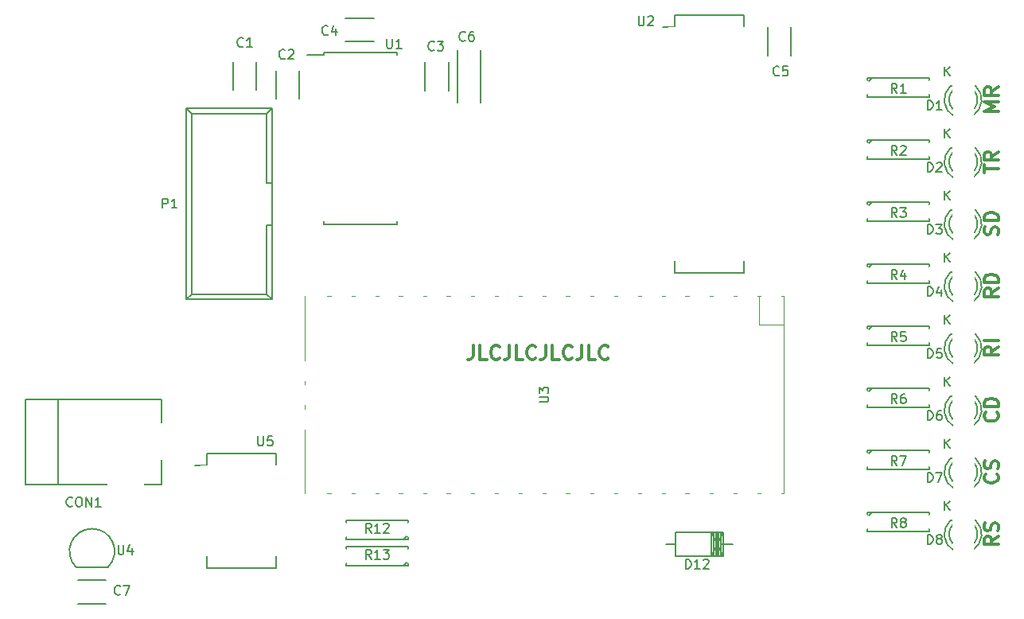
<source format=gto>
G04 #@! TF.FileFunction,Legend,Top*
%FSLAX46Y46*%
G04 Gerber Fmt 4.6, Leading zero omitted, Abs format (unit mm)*
G04 Created by KiCad (PCBNEW 4.0.5+dfsg1-4) date Thu Oct  6 23:04:55 2022*
%MOMM*%
%LPD*%
G01*
G04 APERTURE LIST*
%ADD10C,0.150000*%
%ADD11C,0.300000*%
%ADD12C,0.120000*%
%ADD13C,3.600000*%
%ADD14R,1.700000X1.700000*%
%ADD15C,1.700000*%
%ADD16R,3.900120X3.900120*%
%ADD17R,2.400000X2.400000*%
%ADD18C,2.400000*%
%ADD19C,2.398980*%
%ADD20R,2.398980X2.398980*%
%ADD21R,2.127200X2.127200*%
%ADD22O,2.127200X2.127200*%
%ADD23C,1.797000*%
%ADD24R,2.400000X1.000000*%
%ADD25O,2.700000X2.000000*%
%ADD26O,2.100000X2.100000*%
%ADD27R,2.100000X2.100000*%
%ADD28O,2.200000X2.200000*%
%ADD29O,1.900000X1.900000*%
%ADD30R,2.100000X3.900000*%
%ADD31O,1.299160X1.901140*%
G04 APERTURE END LIST*
D10*
D11*
X153599428Y-111954571D02*
X153599428Y-113026000D01*
X153528000Y-113240286D01*
X153385143Y-113383143D01*
X153170857Y-113454571D01*
X153028000Y-113454571D01*
X155028000Y-113454571D02*
X154313714Y-113454571D01*
X154313714Y-111954571D01*
X156385143Y-113311714D02*
X156313714Y-113383143D01*
X156099428Y-113454571D01*
X155956571Y-113454571D01*
X155742286Y-113383143D01*
X155599428Y-113240286D01*
X155528000Y-113097429D01*
X155456571Y-112811714D01*
X155456571Y-112597429D01*
X155528000Y-112311714D01*
X155599428Y-112168857D01*
X155742286Y-112026000D01*
X155956571Y-111954571D01*
X156099428Y-111954571D01*
X156313714Y-112026000D01*
X156385143Y-112097429D01*
X157456571Y-111954571D02*
X157456571Y-113026000D01*
X157385143Y-113240286D01*
X157242286Y-113383143D01*
X157028000Y-113454571D01*
X156885143Y-113454571D01*
X158885143Y-113454571D02*
X158170857Y-113454571D01*
X158170857Y-111954571D01*
X160242286Y-113311714D02*
X160170857Y-113383143D01*
X159956571Y-113454571D01*
X159813714Y-113454571D01*
X159599429Y-113383143D01*
X159456571Y-113240286D01*
X159385143Y-113097429D01*
X159313714Y-112811714D01*
X159313714Y-112597429D01*
X159385143Y-112311714D01*
X159456571Y-112168857D01*
X159599429Y-112026000D01*
X159813714Y-111954571D01*
X159956571Y-111954571D01*
X160170857Y-112026000D01*
X160242286Y-112097429D01*
X161313714Y-111954571D02*
X161313714Y-113026000D01*
X161242286Y-113240286D01*
X161099429Y-113383143D01*
X160885143Y-113454571D01*
X160742286Y-113454571D01*
X162742286Y-113454571D02*
X162028000Y-113454571D01*
X162028000Y-111954571D01*
X164099429Y-113311714D02*
X164028000Y-113383143D01*
X163813714Y-113454571D01*
X163670857Y-113454571D01*
X163456572Y-113383143D01*
X163313714Y-113240286D01*
X163242286Y-113097429D01*
X163170857Y-112811714D01*
X163170857Y-112597429D01*
X163242286Y-112311714D01*
X163313714Y-112168857D01*
X163456572Y-112026000D01*
X163670857Y-111954571D01*
X163813714Y-111954571D01*
X164028000Y-112026000D01*
X164099429Y-112097429D01*
X165170857Y-111954571D02*
X165170857Y-113026000D01*
X165099429Y-113240286D01*
X164956572Y-113383143D01*
X164742286Y-113454571D01*
X164599429Y-113454571D01*
X166599429Y-113454571D02*
X165885143Y-113454571D01*
X165885143Y-111954571D01*
X167956572Y-113311714D02*
X167885143Y-113383143D01*
X167670857Y-113454571D01*
X167528000Y-113454571D01*
X167313715Y-113383143D01*
X167170857Y-113240286D01*
X167099429Y-113097429D01*
X167028000Y-112811714D01*
X167028000Y-112597429D01*
X167099429Y-112311714D01*
X167170857Y-112168857D01*
X167313715Y-112026000D01*
X167528000Y-111954571D01*
X167670857Y-111954571D01*
X167885143Y-112026000D01*
X167956572Y-112097429D01*
X209466571Y-132263999D02*
X208752286Y-132763999D01*
X209466571Y-133121142D02*
X207966571Y-133121142D01*
X207966571Y-132549714D01*
X208038000Y-132406856D01*
X208109429Y-132335428D01*
X208252286Y-132263999D01*
X208466571Y-132263999D01*
X208609429Y-132335428D01*
X208680857Y-132406856D01*
X208752286Y-132549714D01*
X208752286Y-133121142D01*
X209395143Y-131692571D02*
X209466571Y-131478285D01*
X209466571Y-131121142D01*
X209395143Y-130978285D01*
X209323714Y-130906856D01*
X209180857Y-130835428D01*
X209038000Y-130835428D01*
X208895143Y-130906856D01*
X208823714Y-130978285D01*
X208752286Y-131121142D01*
X208680857Y-131406856D01*
X208609429Y-131549714D01*
X208538000Y-131621142D01*
X208395143Y-131692571D01*
X208252286Y-131692571D01*
X208109429Y-131621142D01*
X208038000Y-131549714D01*
X207966571Y-131406856D01*
X207966571Y-131049714D01*
X208038000Y-130835428D01*
X209323714Y-125659999D02*
X209395143Y-125731428D01*
X209466571Y-125945714D01*
X209466571Y-126088571D01*
X209395143Y-126302856D01*
X209252286Y-126445714D01*
X209109429Y-126517142D01*
X208823714Y-126588571D01*
X208609429Y-126588571D01*
X208323714Y-126517142D01*
X208180857Y-126445714D01*
X208038000Y-126302856D01*
X207966571Y-126088571D01*
X207966571Y-125945714D01*
X208038000Y-125731428D01*
X208109429Y-125659999D01*
X209395143Y-125088571D02*
X209466571Y-124874285D01*
X209466571Y-124517142D01*
X209395143Y-124374285D01*
X209323714Y-124302856D01*
X209180857Y-124231428D01*
X209038000Y-124231428D01*
X208895143Y-124302856D01*
X208823714Y-124374285D01*
X208752286Y-124517142D01*
X208680857Y-124802856D01*
X208609429Y-124945714D01*
X208538000Y-125017142D01*
X208395143Y-125088571D01*
X208252286Y-125088571D01*
X208109429Y-125017142D01*
X208038000Y-124945714D01*
X207966571Y-124802856D01*
X207966571Y-124445714D01*
X208038000Y-124231428D01*
X209323714Y-119091714D02*
X209395143Y-119163143D01*
X209466571Y-119377429D01*
X209466571Y-119520286D01*
X209395143Y-119734571D01*
X209252286Y-119877429D01*
X209109429Y-119948857D01*
X208823714Y-120020286D01*
X208609429Y-120020286D01*
X208323714Y-119948857D01*
X208180857Y-119877429D01*
X208038000Y-119734571D01*
X207966571Y-119520286D01*
X207966571Y-119377429D01*
X208038000Y-119163143D01*
X208109429Y-119091714D01*
X209466571Y-118448857D02*
X207966571Y-118448857D01*
X207966571Y-118091714D01*
X208038000Y-117877429D01*
X208180857Y-117734571D01*
X208323714Y-117663143D01*
X208609429Y-117591714D01*
X208823714Y-117591714D01*
X209109429Y-117663143D01*
X209252286Y-117734571D01*
X209395143Y-117877429D01*
X209466571Y-118091714D01*
X209466571Y-118448857D01*
X209466571Y-112094857D02*
X208752286Y-112594857D01*
X209466571Y-112952000D02*
X207966571Y-112952000D01*
X207966571Y-112380572D01*
X208038000Y-112237714D01*
X208109429Y-112166286D01*
X208252286Y-112094857D01*
X208466571Y-112094857D01*
X208609429Y-112166286D01*
X208680857Y-112237714D01*
X208752286Y-112380572D01*
X208752286Y-112952000D01*
X209466571Y-111452000D02*
X207966571Y-111452000D01*
X209466571Y-105883714D02*
X208752286Y-106383714D01*
X209466571Y-106740857D02*
X207966571Y-106740857D01*
X207966571Y-106169429D01*
X208038000Y-106026571D01*
X208109429Y-105955143D01*
X208252286Y-105883714D01*
X208466571Y-105883714D01*
X208609429Y-105955143D01*
X208680857Y-106026571D01*
X208752286Y-106169429D01*
X208752286Y-106740857D01*
X209466571Y-105240857D02*
X207966571Y-105240857D01*
X207966571Y-104883714D01*
X208038000Y-104669429D01*
X208180857Y-104526571D01*
X208323714Y-104455143D01*
X208609429Y-104383714D01*
X208823714Y-104383714D01*
X209109429Y-104455143D01*
X209252286Y-104526571D01*
X209395143Y-104669429D01*
X209466571Y-104883714D01*
X209466571Y-105240857D01*
X209395143Y-100172571D02*
X209466571Y-99958285D01*
X209466571Y-99601142D01*
X209395143Y-99458285D01*
X209323714Y-99386856D01*
X209180857Y-99315428D01*
X209038000Y-99315428D01*
X208895143Y-99386856D01*
X208823714Y-99458285D01*
X208752286Y-99601142D01*
X208680857Y-99886856D01*
X208609429Y-100029714D01*
X208538000Y-100101142D01*
X208395143Y-100172571D01*
X208252286Y-100172571D01*
X208109429Y-100101142D01*
X208038000Y-100029714D01*
X207966571Y-99886856D01*
X207966571Y-99529714D01*
X208038000Y-99315428D01*
X209466571Y-98672571D02*
X207966571Y-98672571D01*
X207966571Y-98315428D01*
X208038000Y-98101143D01*
X208180857Y-97958285D01*
X208323714Y-97886857D01*
X208609429Y-97815428D01*
X208823714Y-97815428D01*
X209109429Y-97886857D01*
X209252286Y-97958285D01*
X209395143Y-98101143D01*
X209466571Y-98315428D01*
X209466571Y-98672571D01*
X207966571Y-93568571D02*
X207966571Y-92711428D01*
X209466571Y-93139999D02*
X207966571Y-93139999D01*
X209466571Y-91354285D02*
X208752286Y-91854285D01*
X209466571Y-92211428D02*
X207966571Y-92211428D01*
X207966571Y-91640000D01*
X208038000Y-91497142D01*
X208109429Y-91425714D01*
X208252286Y-91354285D01*
X208466571Y-91354285D01*
X208609429Y-91425714D01*
X208680857Y-91497142D01*
X208752286Y-91640000D01*
X208752286Y-92211428D01*
X209466571Y-87036000D02*
X207966571Y-87036000D01*
X209038000Y-86536000D01*
X207966571Y-86036000D01*
X209466571Y-86036000D01*
X209466571Y-84464571D02*
X208752286Y-84964571D01*
X209466571Y-85321714D02*
X207966571Y-85321714D01*
X207966571Y-84750286D01*
X208038000Y-84607428D01*
X208109429Y-84536000D01*
X208252286Y-84464571D01*
X208466571Y-84464571D01*
X208609429Y-84536000D01*
X208680857Y-84607428D01*
X208752286Y-84750286D01*
X208752286Y-85321714D01*
D10*
X130536000Y-81792000D02*
X130536000Y-84792000D01*
X128036000Y-84792000D02*
X128036000Y-81792000D01*
X132608000Y-85721000D02*
X132608000Y-82721000D01*
X135108000Y-82721000D02*
X135108000Y-85721000D01*
X148483000Y-84832000D02*
X148483000Y-81832000D01*
X150983000Y-81832000D02*
X150983000Y-84832000D01*
X142998000Y-79609000D02*
X139998000Y-79609000D01*
X139998000Y-77109000D02*
X142998000Y-77109000D01*
X187432000Y-78109000D02*
X187432000Y-81109000D01*
X184932000Y-81109000D02*
X184932000Y-78109000D01*
X154412000Y-80542000D02*
X154412000Y-86082000D01*
X151912000Y-86082000D02*
X151912000Y-80542000D01*
X111510000Y-136926000D02*
X114510000Y-136926000D01*
X114510000Y-139426000D02*
X111510000Y-139426000D01*
X109409500Y-117729120D02*
X109409500Y-126730880D01*
X105909380Y-117729120D02*
X105909380Y-126730880D01*
X105909380Y-126730880D02*
X120410240Y-126730880D01*
X120410240Y-126730880D02*
X120410240Y-117729120D01*
X120410240Y-117729120D02*
X105909380Y-117729120D01*
X204426000Y-84317000D02*
X204626000Y-84317000D01*
X207020000Y-84317000D02*
X206840000Y-84317000D01*
X206709643Y-87544744D02*
G75*
G03X207026000Y-84317000I-1003643J1727744D01*
G01*
X206839068Y-86869006D02*
G75*
G03X206840000Y-84766000I-1133068J1052006D01*
G01*
X204399274Y-84329780D02*
G75*
G03X204746000Y-87567000I1306726J-1497220D01*
G01*
X204626747Y-84803111D02*
G75*
G03X204646000Y-86851000I1079253J-1013889D01*
G01*
X204426000Y-90921000D02*
X204626000Y-90921000D01*
X207020000Y-90921000D02*
X206840000Y-90921000D01*
X206709643Y-94148744D02*
G75*
G03X207026000Y-90921000I-1003643J1727744D01*
G01*
X206839068Y-93473006D02*
G75*
G03X206840000Y-91370000I-1133068J1052006D01*
G01*
X204399274Y-90933780D02*
G75*
G03X204746000Y-94171000I1306726J-1497220D01*
G01*
X204626747Y-91407111D02*
G75*
G03X204646000Y-93455000I1079253J-1013889D01*
G01*
X204426000Y-97525000D02*
X204626000Y-97525000D01*
X207020000Y-97525000D02*
X206840000Y-97525000D01*
X206709643Y-100752744D02*
G75*
G03X207026000Y-97525000I-1003643J1727744D01*
G01*
X206839068Y-100077006D02*
G75*
G03X206840000Y-97974000I-1133068J1052006D01*
G01*
X204399274Y-97537780D02*
G75*
G03X204746000Y-100775000I1306726J-1497220D01*
G01*
X204626747Y-98011111D02*
G75*
G03X204646000Y-100059000I1079253J-1013889D01*
G01*
X204426000Y-104129000D02*
X204626000Y-104129000D01*
X207020000Y-104129000D02*
X206840000Y-104129000D01*
X206709643Y-107356744D02*
G75*
G03X207026000Y-104129000I-1003643J1727744D01*
G01*
X206839068Y-106681006D02*
G75*
G03X206840000Y-104578000I-1133068J1052006D01*
G01*
X204399274Y-104141780D02*
G75*
G03X204746000Y-107379000I1306726J-1497220D01*
G01*
X204626747Y-104615111D02*
G75*
G03X204646000Y-106663000I1079253J-1013889D01*
G01*
X204426000Y-110733000D02*
X204626000Y-110733000D01*
X207020000Y-110733000D02*
X206840000Y-110733000D01*
X206709643Y-113960744D02*
G75*
G03X207026000Y-110733000I-1003643J1727744D01*
G01*
X206839068Y-113285006D02*
G75*
G03X206840000Y-111182000I-1133068J1052006D01*
G01*
X204399274Y-110745780D02*
G75*
G03X204746000Y-113983000I1306726J-1497220D01*
G01*
X204626747Y-111219111D02*
G75*
G03X204646000Y-113267000I1079253J-1013889D01*
G01*
X204426000Y-117337000D02*
X204626000Y-117337000D01*
X207020000Y-117337000D02*
X206840000Y-117337000D01*
X206709643Y-120564744D02*
G75*
G03X207026000Y-117337000I-1003643J1727744D01*
G01*
X206839068Y-119889006D02*
G75*
G03X206840000Y-117786000I-1133068J1052006D01*
G01*
X204399274Y-117349780D02*
G75*
G03X204746000Y-120587000I1306726J-1497220D01*
G01*
X204626747Y-117823111D02*
G75*
G03X204646000Y-119871000I1079253J-1013889D01*
G01*
X204426000Y-123941000D02*
X204626000Y-123941000D01*
X207020000Y-123941000D02*
X206840000Y-123941000D01*
X206709643Y-127168744D02*
G75*
G03X207026000Y-123941000I-1003643J1727744D01*
G01*
X206839068Y-126493006D02*
G75*
G03X206840000Y-124390000I-1133068J1052006D01*
G01*
X204399274Y-123953780D02*
G75*
G03X204746000Y-127191000I1306726J-1497220D01*
G01*
X204626747Y-124427111D02*
G75*
G03X204646000Y-126475000I1079253J-1013889D01*
G01*
X204426000Y-130545000D02*
X204626000Y-130545000D01*
X207020000Y-130545000D02*
X206840000Y-130545000D01*
X206709643Y-133772744D02*
G75*
G03X207026000Y-130545000I-1003643J1727744D01*
G01*
X206839068Y-133097006D02*
G75*
G03X206840000Y-130994000I-1133068J1052006D01*
G01*
X204399274Y-130557780D02*
G75*
G03X204746000Y-133795000I1306726J-1497220D01*
G01*
X204626747Y-131031111D02*
G75*
G03X204646000Y-133079000I1079253J-1013889D01*
G01*
X175133000Y-133098540D02*
X174117000Y-133098540D01*
X179959000Y-133098540D02*
X181229000Y-133098540D01*
X179705000Y-134368540D02*
X179705000Y-131828540D01*
X179451000Y-134368540D02*
X179451000Y-131828540D01*
X179197000Y-134368540D02*
X179197000Y-131828540D01*
X179959000Y-134368540D02*
X179959000Y-131828540D01*
X178943000Y-134368540D02*
X180213000Y-131828540D01*
X180213000Y-134368540D02*
X178943000Y-131828540D01*
X178943000Y-134368540D02*
X178943000Y-131828540D01*
X179578000Y-134368540D02*
X179578000Y-131828540D01*
X180213000Y-131828540D02*
X180213000Y-134368540D01*
X180213000Y-134368540D02*
X175133000Y-134368540D01*
X175133000Y-134368540D02*
X175133000Y-131828540D01*
X175133000Y-131828540D02*
X180213000Y-131828540D01*
X123085000Y-107045000D02*
X123085000Y-86725000D01*
X123635000Y-106505000D02*
X123635000Y-87285000D01*
X132185000Y-107045000D02*
X132185000Y-86725000D01*
X131635000Y-106505000D02*
X131635000Y-99135000D01*
X131635000Y-94635000D02*
X131635000Y-87285000D01*
X131635000Y-99135000D02*
X132185000Y-99135000D01*
X131635000Y-94635000D02*
X132185000Y-94635000D01*
X123085000Y-107045000D02*
X132185000Y-107045000D01*
X123635000Y-106505000D02*
X131635000Y-106505000D01*
X123085000Y-86725000D02*
X132185000Y-86725000D01*
X123635000Y-87285000D02*
X131635000Y-87285000D01*
X123085000Y-107045000D02*
X123635000Y-106505000D01*
X123085000Y-86725000D02*
X123635000Y-87285000D01*
X132185000Y-107045000D02*
X131635000Y-106505000D01*
X132185000Y-86725000D02*
X131635000Y-87285000D01*
X195045000Y-84516000D02*
X195553000Y-84516000D01*
X202665000Y-84516000D02*
X202157000Y-84516000D01*
X202157000Y-84516000D02*
X202157000Y-83500000D01*
X202157000Y-83500000D02*
X195553000Y-83500000D01*
X195553000Y-83500000D02*
X195553000Y-85532000D01*
X195553000Y-85532000D02*
X202157000Y-85532000D01*
X202157000Y-85532000D02*
X202157000Y-84516000D01*
X195553000Y-84008000D02*
X196061000Y-83500000D01*
X195045000Y-91120000D02*
X195553000Y-91120000D01*
X202665000Y-91120000D02*
X202157000Y-91120000D01*
X202157000Y-91120000D02*
X202157000Y-90104000D01*
X202157000Y-90104000D02*
X195553000Y-90104000D01*
X195553000Y-90104000D02*
X195553000Y-92136000D01*
X195553000Y-92136000D02*
X202157000Y-92136000D01*
X202157000Y-92136000D02*
X202157000Y-91120000D01*
X195553000Y-90612000D02*
X196061000Y-90104000D01*
X195045000Y-97724000D02*
X195553000Y-97724000D01*
X202665000Y-97724000D02*
X202157000Y-97724000D01*
X202157000Y-97724000D02*
X202157000Y-96708000D01*
X202157000Y-96708000D02*
X195553000Y-96708000D01*
X195553000Y-96708000D02*
X195553000Y-98740000D01*
X195553000Y-98740000D02*
X202157000Y-98740000D01*
X202157000Y-98740000D02*
X202157000Y-97724000D01*
X195553000Y-97216000D02*
X196061000Y-96708000D01*
X195045000Y-104328000D02*
X195553000Y-104328000D01*
X202665000Y-104328000D02*
X202157000Y-104328000D01*
X202157000Y-104328000D02*
X202157000Y-103312000D01*
X202157000Y-103312000D02*
X195553000Y-103312000D01*
X195553000Y-103312000D02*
X195553000Y-105344000D01*
X195553000Y-105344000D02*
X202157000Y-105344000D01*
X202157000Y-105344000D02*
X202157000Y-104328000D01*
X195553000Y-103820000D02*
X196061000Y-103312000D01*
X195045000Y-110932000D02*
X195553000Y-110932000D01*
X202665000Y-110932000D02*
X202157000Y-110932000D01*
X202157000Y-110932000D02*
X202157000Y-109916000D01*
X202157000Y-109916000D02*
X195553000Y-109916000D01*
X195553000Y-109916000D02*
X195553000Y-111948000D01*
X195553000Y-111948000D02*
X202157000Y-111948000D01*
X202157000Y-111948000D02*
X202157000Y-110932000D01*
X195553000Y-110424000D02*
X196061000Y-109916000D01*
X195045000Y-117536000D02*
X195553000Y-117536000D01*
X202665000Y-117536000D02*
X202157000Y-117536000D01*
X202157000Y-117536000D02*
X202157000Y-116520000D01*
X202157000Y-116520000D02*
X195553000Y-116520000D01*
X195553000Y-116520000D02*
X195553000Y-118552000D01*
X195553000Y-118552000D02*
X202157000Y-118552000D01*
X202157000Y-118552000D02*
X202157000Y-117536000D01*
X195553000Y-117028000D02*
X196061000Y-116520000D01*
X195045000Y-124140000D02*
X195553000Y-124140000D01*
X202665000Y-124140000D02*
X202157000Y-124140000D01*
X202157000Y-124140000D02*
X202157000Y-123124000D01*
X202157000Y-123124000D02*
X195553000Y-123124000D01*
X195553000Y-123124000D02*
X195553000Y-125156000D01*
X195553000Y-125156000D02*
X202157000Y-125156000D01*
X202157000Y-125156000D02*
X202157000Y-124140000D01*
X195553000Y-123632000D02*
X196061000Y-123124000D01*
X195045000Y-130744000D02*
X195553000Y-130744000D01*
X202665000Y-130744000D02*
X202157000Y-130744000D01*
X202157000Y-130744000D02*
X202157000Y-129728000D01*
X202157000Y-129728000D02*
X195553000Y-129728000D01*
X195553000Y-129728000D02*
X195553000Y-131760000D01*
X195553000Y-131760000D02*
X202157000Y-131760000D01*
X202157000Y-131760000D02*
X202157000Y-130744000D01*
X195553000Y-130236000D02*
X196061000Y-129728000D01*
X147193000Y-131572000D02*
X146685000Y-131572000D01*
X139573000Y-131572000D02*
X140081000Y-131572000D01*
X140081000Y-131572000D02*
X140081000Y-132588000D01*
X140081000Y-132588000D02*
X146685000Y-132588000D01*
X146685000Y-132588000D02*
X146685000Y-130556000D01*
X146685000Y-130556000D02*
X140081000Y-130556000D01*
X140081000Y-130556000D02*
X140081000Y-131572000D01*
X146685000Y-132080000D02*
X146177000Y-132588000D01*
X147193000Y-134366000D02*
X146685000Y-134366000D01*
X139573000Y-134366000D02*
X140081000Y-134366000D01*
X140081000Y-134366000D02*
X140081000Y-135382000D01*
X140081000Y-135382000D02*
X146685000Y-135382000D01*
X146685000Y-135382000D02*
X146685000Y-133350000D01*
X146685000Y-133350000D02*
X140081000Y-133350000D01*
X140081000Y-133350000D02*
X140081000Y-134366000D01*
X146685000Y-134874000D02*
X146177000Y-135382000D01*
X137730000Y-80791000D02*
X137730000Y-81041000D01*
X145480000Y-80791000D02*
X145480000Y-81136000D01*
X145480000Y-99041000D02*
X145480000Y-98696000D01*
X137730000Y-99041000D02*
X137730000Y-98696000D01*
X137730000Y-80791000D02*
X145480000Y-80791000D01*
X137730000Y-99041000D02*
X145480000Y-99041000D01*
X137730000Y-81041000D02*
X135905000Y-81041000D01*
X175014000Y-76826000D02*
X175014000Y-78096000D01*
X182364000Y-76826000D02*
X182364000Y-78096000D01*
X182364000Y-104276000D02*
X182364000Y-103006000D01*
X175014000Y-104276000D02*
X175014000Y-103006000D01*
X175014000Y-76826000D02*
X182364000Y-76826000D01*
X175014000Y-104276000D02*
X182364000Y-104276000D01*
X175014000Y-78096000D02*
X173729000Y-78096000D01*
D12*
X135663000Y-118321000D02*
X135663000Y-118721000D01*
X174063000Y-127721000D02*
X173663000Y-127721000D01*
X176563000Y-127721000D02*
X176163000Y-127721000D01*
X148663000Y-106721000D02*
X148263000Y-106721000D01*
X151163000Y-127721000D02*
X150763000Y-127721000D01*
X158863000Y-106721000D02*
X158463000Y-106721000D01*
X156263000Y-127721000D02*
X155863000Y-127721000D01*
X158863000Y-127721000D02*
X158463000Y-127721000D01*
X135663000Y-127721000D02*
X135663000Y-120921000D01*
X151163000Y-106721000D02*
X150763000Y-106721000D01*
X156263000Y-106721000D02*
X155863000Y-106721000D01*
X181663000Y-127721000D02*
X181263000Y-127721000D01*
X135663000Y-115721000D02*
X135663000Y-116121000D01*
X141063000Y-127721000D02*
X140663000Y-127721000D01*
X184263000Y-106721000D02*
X183863000Y-106721000D01*
X146063000Y-127721000D02*
X145663000Y-127721000D01*
X166463000Y-127721000D02*
X166063000Y-127721000D01*
X161363000Y-106721000D02*
X160963000Y-106721000D01*
X181663000Y-106721000D02*
X181263000Y-106721000D01*
X141063000Y-106721000D02*
X140663000Y-106721000D01*
X148663000Y-127721000D02*
X148263000Y-127721000D01*
X174063000Y-106721000D02*
X173663000Y-106721000D01*
X184263000Y-127721000D02*
X183863000Y-127721000D01*
X163863000Y-106721000D02*
X163463000Y-106721000D01*
X161363000Y-127721000D02*
X160963000Y-127721000D01*
X171563000Y-106721000D02*
X171163000Y-106721000D01*
X163863000Y-127721000D02*
X163463000Y-127721000D01*
X153763000Y-127721000D02*
X153363000Y-127721000D01*
X179163000Y-106721000D02*
X178763000Y-106721000D01*
X168963000Y-127721000D02*
X168563000Y-127721000D01*
X135663000Y-113521000D02*
X135663000Y-106721000D01*
X168963000Y-106721000D02*
X168563000Y-106721000D01*
X138463000Y-106721000D02*
X138063000Y-106721000D01*
X143563000Y-127721000D02*
X143163000Y-127721000D01*
X186663000Y-106721000D02*
X186663000Y-127721000D01*
X176563000Y-106721000D02*
X176163000Y-106721000D01*
X171563000Y-127721000D02*
X171163000Y-127721000D01*
X183996000Y-109728000D02*
X186663000Y-109728000D01*
X138463000Y-127721000D02*
X138063000Y-127721000D01*
X179163000Y-127721000D02*
X178763000Y-127721000D01*
X146063000Y-106721000D02*
X145663000Y-106721000D01*
X183996000Y-106721000D02*
X183996000Y-109728000D01*
X186663000Y-127721000D02*
X186363000Y-127721000D01*
X166463000Y-106721000D02*
X166063000Y-106721000D01*
X186663000Y-106721000D02*
X186363000Y-106721000D01*
X143563000Y-106721000D02*
X143163000Y-106721000D01*
X153763000Y-106721000D02*
X153363000Y-106721000D01*
D10*
X111330000Y-135558000D02*
X114730000Y-135558000D01*
X111332944Y-135555056D02*
G75*
G02X113030000Y-131458000I1697056J1697056D01*
G01*
X114727056Y-135555056D02*
G75*
G03X113030000Y-131458000I-1697056J1697056D01*
G01*
X125230000Y-123435000D02*
X125230000Y-124705000D01*
X132580000Y-123435000D02*
X132580000Y-124705000D01*
X132580000Y-135645000D02*
X132580000Y-134375000D01*
X125230000Y-135645000D02*
X125230000Y-134375000D01*
X125230000Y-123435000D02*
X132580000Y-123435000D01*
X125230000Y-135645000D02*
X132580000Y-135645000D01*
X125230000Y-124705000D02*
X123945000Y-124705000D01*
X129119334Y-80113143D02*
X129071715Y-80160762D01*
X128928858Y-80208381D01*
X128833620Y-80208381D01*
X128690762Y-80160762D01*
X128595524Y-80065524D01*
X128547905Y-79970286D01*
X128500286Y-79779810D01*
X128500286Y-79636952D01*
X128547905Y-79446476D01*
X128595524Y-79351238D01*
X128690762Y-79256000D01*
X128833620Y-79208381D01*
X128928858Y-79208381D01*
X129071715Y-79256000D01*
X129119334Y-79303619D01*
X130071715Y-80208381D02*
X129500286Y-80208381D01*
X129786000Y-80208381D02*
X129786000Y-79208381D01*
X129690762Y-79351238D01*
X129595524Y-79446476D01*
X129500286Y-79494095D01*
X133564334Y-81383143D02*
X133516715Y-81430762D01*
X133373858Y-81478381D01*
X133278620Y-81478381D01*
X133135762Y-81430762D01*
X133040524Y-81335524D01*
X132992905Y-81240286D01*
X132945286Y-81049810D01*
X132945286Y-80906952D01*
X132992905Y-80716476D01*
X133040524Y-80621238D01*
X133135762Y-80526000D01*
X133278620Y-80478381D01*
X133373858Y-80478381D01*
X133516715Y-80526000D01*
X133564334Y-80573619D01*
X133945286Y-80573619D02*
X133992905Y-80526000D01*
X134088143Y-80478381D01*
X134326239Y-80478381D01*
X134421477Y-80526000D01*
X134469096Y-80573619D01*
X134516715Y-80668857D01*
X134516715Y-80764095D01*
X134469096Y-80906952D01*
X133897667Y-81478381D01*
X134516715Y-81478381D01*
X149439334Y-80494143D02*
X149391715Y-80541762D01*
X149248858Y-80589381D01*
X149153620Y-80589381D01*
X149010762Y-80541762D01*
X148915524Y-80446524D01*
X148867905Y-80351286D01*
X148820286Y-80160810D01*
X148820286Y-80017952D01*
X148867905Y-79827476D01*
X148915524Y-79732238D01*
X149010762Y-79637000D01*
X149153620Y-79589381D01*
X149248858Y-79589381D01*
X149391715Y-79637000D01*
X149439334Y-79684619D01*
X149772667Y-79589381D02*
X150391715Y-79589381D01*
X150058381Y-79970333D01*
X150201239Y-79970333D01*
X150296477Y-80017952D01*
X150344096Y-80065571D01*
X150391715Y-80160810D01*
X150391715Y-80398905D01*
X150344096Y-80494143D01*
X150296477Y-80541762D01*
X150201239Y-80589381D01*
X149915524Y-80589381D01*
X149820286Y-80541762D01*
X149772667Y-80494143D01*
X138136334Y-78843143D02*
X138088715Y-78890762D01*
X137945858Y-78938381D01*
X137850620Y-78938381D01*
X137707762Y-78890762D01*
X137612524Y-78795524D01*
X137564905Y-78700286D01*
X137517286Y-78509810D01*
X137517286Y-78366952D01*
X137564905Y-78176476D01*
X137612524Y-78081238D01*
X137707762Y-77986000D01*
X137850620Y-77938381D01*
X137945858Y-77938381D01*
X138088715Y-77986000D01*
X138136334Y-78033619D01*
X138993477Y-78271714D02*
X138993477Y-78938381D01*
X138755381Y-77890762D02*
X138517286Y-78605048D01*
X139136334Y-78605048D01*
X186142334Y-83161143D02*
X186094715Y-83208762D01*
X185951858Y-83256381D01*
X185856620Y-83256381D01*
X185713762Y-83208762D01*
X185618524Y-83113524D01*
X185570905Y-83018286D01*
X185523286Y-82827810D01*
X185523286Y-82684952D01*
X185570905Y-82494476D01*
X185618524Y-82399238D01*
X185713762Y-82304000D01*
X185856620Y-82256381D01*
X185951858Y-82256381D01*
X186094715Y-82304000D01*
X186142334Y-82351619D01*
X187047096Y-82256381D02*
X186570905Y-82256381D01*
X186523286Y-82732571D01*
X186570905Y-82684952D01*
X186666143Y-82637333D01*
X186904239Y-82637333D01*
X186999477Y-82684952D01*
X187047096Y-82732571D01*
X187094715Y-82827810D01*
X187094715Y-83065905D01*
X187047096Y-83161143D01*
X186999477Y-83208762D01*
X186904239Y-83256381D01*
X186666143Y-83256381D01*
X186570905Y-83208762D01*
X186523286Y-83161143D01*
X152741334Y-79478143D02*
X152693715Y-79525762D01*
X152550858Y-79573381D01*
X152455620Y-79573381D01*
X152312762Y-79525762D01*
X152217524Y-79430524D01*
X152169905Y-79335286D01*
X152122286Y-79144810D01*
X152122286Y-79001952D01*
X152169905Y-78811476D01*
X152217524Y-78716238D01*
X152312762Y-78621000D01*
X152455620Y-78573381D01*
X152550858Y-78573381D01*
X152693715Y-78621000D01*
X152741334Y-78668619D01*
X153598477Y-78573381D02*
X153408000Y-78573381D01*
X153312762Y-78621000D01*
X153265143Y-78668619D01*
X153169905Y-78811476D01*
X153122286Y-79001952D01*
X153122286Y-79382905D01*
X153169905Y-79478143D01*
X153217524Y-79525762D01*
X153312762Y-79573381D01*
X153503239Y-79573381D01*
X153598477Y-79525762D01*
X153646096Y-79478143D01*
X153693715Y-79382905D01*
X153693715Y-79144810D01*
X153646096Y-79049571D01*
X153598477Y-79001952D01*
X153503239Y-78954333D01*
X153312762Y-78954333D01*
X153217524Y-79001952D01*
X153169905Y-79049571D01*
X153122286Y-79144810D01*
X116038334Y-138406143D02*
X115990715Y-138453762D01*
X115847858Y-138501381D01*
X115752620Y-138501381D01*
X115609762Y-138453762D01*
X115514524Y-138358524D01*
X115466905Y-138263286D01*
X115419286Y-138072810D01*
X115419286Y-137929952D01*
X115466905Y-137739476D01*
X115514524Y-137644238D01*
X115609762Y-137549000D01*
X115752620Y-137501381D01*
X115847858Y-137501381D01*
X115990715Y-137549000D01*
X116038334Y-137596619D01*
X116371667Y-137501381D02*
X117038334Y-137501381D01*
X116609762Y-138501381D01*
X110926715Y-129008143D02*
X110879096Y-129055762D01*
X110736239Y-129103381D01*
X110641001Y-129103381D01*
X110498143Y-129055762D01*
X110402905Y-128960524D01*
X110355286Y-128865286D01*
X110307667Y-128674810D01*
X110307667Y-128531952D01*
X110355286Y-128341476D01*
X110402905Y-128246238D01*
X110498143Y-128151000D01*
X110641001Y-128103381D01*
X110736239Y-128103381D01*
X110879096Y-128151000D01*
X110926715Y-128198619D01*
X111545762Y-128103381D02*
X111736239Y-128103381D01*
X111831477Y-128151000D01*
X111926715Y-128246238D01*
X111974334Y-128436714D01*
X111974334Y-128770048D01*
X111926715Y-128960524D01*
X111831477Y-129055762D01*
X111736239Y-129103381D01*
X111545762Y-129103381D01*
X111450524Y-129055762D01*
X111355286Y-128960524D01*
X111307667Y-128770048D01*
X111307667Y-128436714D01*
X111355286Y-128246238D01*
X111450524Y-128151000D01*
X111545762Y-128103381D01*
X112402905Y-129103381D02*
X112402905Y-128103381D01*
X112974334Y-129103381D01*
X112974334Y-128103381D01*
X113974334Y-129103381D02*
X113402905Y-129103381D01*
X113688619Y-129103381D02*
X113688619Y-128103381D01*
X113593381Y-128246238D01*
X113498143Y-128341476D01*
X113402905Y-128389095D01*
X201941905Y-86878381D02*
X201941905Y-85878381D01*
X202180000Y-85878381D01*
X202322858Y-85926000D01*
X202418096Y-86021238D01*
X202465715Y-86116476D01*
X202513334Y-86306952D01*
X202513334Y-86449810D01*
X202465715Y-86640286D01*
X202418096Y-86735524D01*
X202322858Y-86830762D01*
X202180000Y-86878381D01*
X201941905Y-86878381D01*
X203465715Y-86878381D02*
X202894286Y-86878381D01*
X203180000Y-86878381D02*
X203180000Y-85878381D01*
X203084762Y-86021238D01*
X202989524Y-86116476D01*
X202894286Y-86164095D01*
X203738095Y-83278381D02*
X203738095Y-82278381D01*
X204309524Y-83278381D02*
X203880952Y-82706952D01*
X204309524Y-82278381D02*
X203738095Y-82849810D01*
X201941905Y-93482381D02*
X201941905Y-92482381D01*
X202180000Y-92482381D01*
X202322858Y-92530000D01*
X202418096Y-92625238D01*
X202465715Y-92720476D01*
X202513334Y-92910952D01*
X202513334Y-93053810D01*
X202465715Y-93244286D01*
X202418096Y-93339524D01*
X202322858Y-93434762D01*
X202180000Y-93482381D01*
X201941905Y-93482381D01*
X202894286Y-92577619D02*
X202941905Y-92530000D01*
X203037143Y-92482381D01*
X203275239Y-92482381D01*
X203370477Y-92530000D01*
X203418096Y-92577619D01*
X203465715Y-92672857D01*
X203465715Y-92768095D01*
X203418096Y-92910952D01*
X202846667Y-93482381D01*
X203465715Y-93482381D01*
X203738095Y-89882381D02*
X203738095Y-88882381D01*
X204309524Y-89882381D02*
X203880952Y-89310952D01*
X204309524Y-88882381D02*
X203738095Y-89453810D01*
X201941905Y-100086381D02*
X201941905Y-99086381D01*
X202180000Y-99086381D01*
X202322858Y-99134000D01*
X202418096Y-99229238D01*
X202465715Y-99324476D01*
X202513334Y-99514952D01*
X202513334Y-99657810D01*
X202465715Y-99848286D01*
X202418096Y-99943524D01*
X202322858Y-100038762D01*
X202180000Y-100086381D01*
X201941905Y-100086381D01*
X202846667Y-99086381D02*
X203465715Y-99086381D01*
X203132381Y-99467333D01*
X203275239Y-99467333D01*
X203370477Y-99514952D01*
X203418096Y-99562571D01*
X203465715Y-99657810D01*
X203465715Y-99895905D01*
X203418096Y-99991143D01*
X203370477Y-100038762D01*
X203275239Y-100086381D01*
X202989524Y-100086381D01*
X202894286Y-100038762D01*
X202846667Y-99991143D01*
X203738095Y-96486381D02*
X203738095Y-95486381D01*
X204309524Y-96486381D02*
X203880952Y-95914952D01*
X204309524Y-95486381D02*
X203738095Y-96057810D01*
X201941905Y-106690381D02*
X201941905Y-105690381D01*
X202180000Y-105690381D01*
X202322858Y-105738000D01*
X202418096Y-105833238D01*
X202465715Y-105928476D01*
X202513334Y-106118952D01*
X202513334Y-106261810D01*
X202465715Y-106452286D01*
X202418096Y-106547524D01*
X202322858Y-106642762D01*
X202180000Y-106690381D01*
X201941905Y-106690381D01*
X203370477Y-106023714D02*
X203370477Y-106690381D01*
X203132381Y-105642762D02*
X202894286Y-106357048D01*
X203513334Y-106357048D01*
X203738095Y-103090381D02*
X203738095Y-102090381D01*
X204309524Y-103090381D02*
X203880952Y-102518952D01*
X204309524Y-102090381D02*
X203738095Y-102661810D01*
X201941905Y-113294381D02*
X201941905Y-112294381D01*
X202180000Y-112294381D01*
X202322858Y-112342000D01*
X202418096Y-112437238D01*
X202465715Y-112532476D01*
X202513334Y-112722952D01*
X202513334Y-112865810D01*
X202465715Y-113056286D01*
X202418096Y-113151524D01*
X202322858Y-113246762D01*
X202180000Y-113294381D01*
X201941905Y-113294381D01*
X203418096Y-112294381D02*
X202941905Y-112294381D01*
X202894286Y-112770571D01*
X202941905Y-112722952D01*
X203037143Y-112675333D01*
X203275239Y-112675333D01*
X203370477Y-112722952D01*
X203418096Y-112770571D01*
X203465715Y-112865810D01*
X203465715Y-113103905D01*
X203418096Y-113199143D01*
X203370477Y-113246762D01*
X203275239Y-113294381D01*
X203037143Y-113294381D01*
X202941905Y-113246762D01*
X202894286Y-113199143D01*
X203738095Y-109694381D02*
X203738095Y-108694381D01*
X204309524Y-109694381D02*
X203880952Y-109122952D01*
X204309524Y-108694381D02*
X203738095Y-109265810D01*
X201941905Y-119898381D02*
X201941905Y-118898381D01*
X202180000Y-118898381D01*
X202322858Y-118946000D01*
X202418096Y-119041238D01*
X202465715Y-119136476D01*
X202513334Y-119326952D01*
X202513334Y-119469810D01*
X202465715Y-119660286D01*
X202418096Y-119755524D01*
X202322858Y-119850762D01*
X202180000Y-119898381D01*
X201941905Y-119898381D01*
X203370477Y-118898381D02*
X203180000Y-118898381D01*
X203084762Y-118946000D01*
X203037143Y-118993619D01*
X202941905Y-119136476D01*
X202894286Y-119326952D01*
X202894286Y-119707905D01*
X202941905Y-119803143D01*
X202989524Y-119850762D01*
X203084762Y-119898381D01*
X203275239Y-119898381D01*
X203370477Y-119850762D01*
X203418096Y-119803143D01*
X203465715Y-119707905D01*
X203465715Y-119469810D01*
X203418096Y-119374571D01*
X203370477Y-119326952D01*
X203275239Y-119279333D01*
X203084762Y-119279333D01*
X202989524Y-119326952D01*
X202941905Y-119374571D01*
X202894286Y-119469810D01*
X203738095Y-116298381D02*
X203738095Y-115298381D01*
X204309524Y-116298381D02*
X203880952Y-115726952D01*
X204309524Y-115298381D02*
X203738095Y-115869810D01*
X201941905Y-126502381D02*
X201941905Y-125502381D01*
X202180000Y-125502381D01*
X202322858Y-125550000D01*
X202418096Y-125645238D01*
X202465715Y-125740476D01*
X202513334Y-125930952D01*
X202513334Y-126073810D01*
X202465715Y-126264286D01*
X202418096Y-126359524D01*
X202322858Y-126454762D01*
X202180000Y-126502381D01*
X201941905Y-126502381D01*
X202846667Y-125502381D02*
X203513334Y-125502381D01*
X203084762Y-126502381D01*
X203738095Y-122902381D02*
X203738095Y-121902381D01*
X204309524Y-122902381D02*
X203880952Y-122330952D01*
X204309524Y-121902381D02*
X203738095Y-122473810D01*
X201941905Y-133106381D02*
X201941905Y-132106381D01*
X202180000Y-132106381D01*
X202322858Y-132154000D01*
X202418096Y-132249238D01*
X202465715Y-132344476D01*
X202513334Y-132534952D01*
X202513334Y-132677810D01*
X202465715Y-132868286D01*
X202418096Y-132963524D01*
X202322858Y-133058762D01*
X202180000Y-133106381D01*
X201941905Y-133106381D01*
X203084762Y-132534952D02*
X202989524Y-132487333D01*
X202941905Y-132439714D01*
X202894286Y-132344476D01*
X202894286Y-132296857D01*
X202941905Y-132201619D01*
X202989524Y-132154000D01*
X203084762Y-132106381D01*
X203275239Y-132106381D01*
X203370477Y-132154000D01*
X203418096Y-132201619D01*
X203465715Y-132296857D01*
X203465715Y-132344476D01*
X203418096Y-132439714D01*
X203370477Y-132487333D01*
X203275239Y-132534952D01*
X203084762Y-132534952D01*
X202989524Y-132582571D01*
X202941905Y-132630190D01*
X202894286Y-132725429D01*
X202894286Y-132915905D01*
X202941905Y-133011143D01*
X202989524Y-133058762D01*
X203084762Y-133106381D01*
X203275239Y-133106381D01*
X203370477Y-133058762D01*
X203418096Y-133011143D01*
X203465715Y-132915905D01*
X203465715Y-132725429D01*
X203418096Y-132630190D01*
X203370477Y-132582571D01*
X203275239Y-132534952D01*
X203738095Y-129506381D02*
X203738095Y-128506381D01*
X204309524Y-129506381D02*
X203880952Y-128934952D01*
X204309524Y-128506381D02*
X203738095Y-129077810D01*
X176204714Y-135707381D02*
X176204714Y-134707381D01*
X176442809Y-134707381D01*
X176585667Y-134755000D01*
X176680905Y-134850238D01*
X176728524Y-134945476D01*
X176776143Y-135135952D01*
X176776143Y-135278810D01*
X176728524Y-135469286D01*
X176680905Y-135564524D01*
X176585667Y-135659762D01*
X176442809Y-135707381D01*
X176204714Y-135707381D01*
X177728524Y-135707381D02*
X177157095Y-135707381D01*
X177442809Y-135707381D02*
X177442809Y-134707381D01*
X177347571Y-134850238D01*
X177252333Y-134945476D01*
X177157095Y-134993095D01*
X178109476Y-134802619D02*
X178157095Y-134755000D01*
X178252333Y-134707381D01*
X178490429Y-134707381D01*
X178585667Y-134755000D01*
X178633286Y-134802619D01*
X178680905Y-134897857D01*
X178680905Y-134993095D01*
X178633286Y-135135952D01*
X178061857Y-135707381D01*
X178680905Y-135707381D01*
X120546905Y-97337381D02*
X120546905Y-96337381D01*
X120927858Y-96337381D01*
X121023096Y-96385000D01*
X121070715Y-96432619D01*
X121118334Y-96527857D01*
X121118334Y-96670714D01*
X121070715Y-96765952D01*
X121023096Y-96813571D01*
X120927858Y-96861190D01*
X120546905Y-96861190D01*
X122070715Y-97337381D02*
X121499286Y-97337381D01*
X121785000Y-97337381D02*
X121785000Y-96337381D01*
X121689762Y-96480238D01*
X121594524Y-96575476D01*
X121499286Y-96623095D01*
X198688334Y-85095381D02*
X198355000Y-84619190D01*
X198116905Y-85095381D02*
X198116905Y-84095381D01*
X198497858Y-84095381D01*
X198593096Y-84143000D01*
X198640715Y-84190619D01*
X198688334Y-84285857D01*
X198688334Y-84428714D01*
X198640715Y-84523952D01*
X198593096Y-84571571D01*
X198497858Y-84619190D01*
X198116905Y-84619190D01*
X199640715Y-85095381D02*
X199069286Y-85095381D01*
X199355000Y-85095381D02*
X199355000Y-84095381D01*
X199259762Y-84238238D01*
X199164524Y-84333476D01*
X199069286Y-84381095D01*
X198688334Y-91699381D02*
X198355000Y-91223190D01*
X198116905Y-91699381D02*
X198116905Y-90699381D01*
X198497858Y-90699381D01*
X198593096Y-90747000D01*
X198640715Y-90794619D01*
X198688334Y-90889857D01*
X198688334Y-91032714D01*
X198640715Y-91127952D01*
X198593096Y-91175571D01*
X198497858Y-91223190D01*
X198116905Y-91223190D01*
X199069286Y-90794619D02*
X199116905Y-90747000D01*
X199212143Y-90699381D01*
X199450239Y-90699381D01*
X199545477Y-90747000D01*
X199593096Y-90794619D01*
X199640715Y-90889857D01*
X199640715Y-90985095D01*
X199593096Y-91127952D01*
X199021667Y-91699381D01*
X199640715Y-91699381D01*
X198688334Y-98303381D02*
X198355000Y-97827190D01*
X198116905Y-98303381D02*
X198116905Y-97303381D01*
X198497858Y-97303381D01*
X198593096Y-97351000D01*
X198640715Y-97398619D01*
X198688334Y-97493857D01*
X198688334Y-97636714D01*
X198640715Y-97731952D01*
X198593096Y-97779571D01*
X198497858Y-97827190D01*
X198116905Y-97827190D01*
X199021667Y-97303381D02*
X199640715Y-97303381D01*
X199307381Y-97684333D01*
X199450239Y-97684333D01*
X199545477Y-97731952D01*
X199593096Y-97779571D01*
X199640715Y-97874810D01*
X199640715Y-98112905D01*
X199593096Y-98208143D01*
X199545477Y-98255762D01*
X199450239Y-98303381D01*
X199164524Y-98303381D01*
X199069286Y-98255762D01*
X199021667Y-98208143D01*
X198688334Y-104907381D02*
X198355000Y-104431190D01*
X198116905Y-104907381D02*
X198116905Y-103907381D01*
X198497858Y-103907381D01*
X198593096Y-103955000D01*
X198640715Y-104002619D01*
X198688334Y-104097857D01*
X198688334Y-104240714D01*
X198640715Y-104335952D01*
X198593096Y-104383571D01*
X198497858Y-104431190D01*
X198116905Y-104431190D01*
X199545477Y-104240714D02*
X199545477Y-104907381D01*
X199307381Y-103859762D02*
X199069286Y-104574048D01*
X199688334Y-104574048D01*
X198688334Y-111511381D02*
X198355000Y-111035190D01*
X198116905Y-111511381D02*
X198116905Y-110511381D01*
X198497858Y-110511381D01*
X198593096Y-110559000D01*
X198640715Y-110606619D01*
X198688334Y-110701857D01*
X198688334Y-110844714D01*
X198640715Y-110939952D01*
X198593096Y-110987571D01*
X198497858Y-111035190D01*
X198116905Y-111035190D01*
X199593096Y-110511381D02*
X199116905Y-110511381D01*
X199069286Y-110987571D01*
X199116905Y-110939952D01*
X199212143Y-110892333D01*
X199450239Y-110892333D01*
X199545477Y-110939952D01*
X199593096Y-110987571D01*
X199640715Y-111082810D01*
X199640715Y-111320905D01*
X199593096Y-111416143D01*
X199545477Y-111463762D01*
X199450239Y-111511381D01*
X199212143Y-111511381D01*
X199116905Y-111463762D01*
X199069286Y-111416143D01*
X198688334Y-118115381D02*
X198355000Y-117639190D01*
X198116905Y-118115381D02*
X198116905Y-117115381D01*
X198497858Y-117115381D01*
X198593096Y-117163000D01*
X198640715Y-117210619D01*
X198688334Y-117305857D01*
X198688334Y-117448714D01*
X198640715Y-117543952D01*
X198593096Y-117591571D01*
X198497858Y-117639190D01*
X198116905Y-117639190D01*
X199545477Y-117115381D02*
X199355000Y-117115381D01*
X199259762Y-117163000D01*
X199212143Y-117210619D01*
X199116905Y-117353476D01*
X199069286Y-117543952D01*
X199069286Y-117924905D01*
X199116905Y-118020143D01*
X199164524Y-118067762D01*
X199259762Y-118115381D01*
X199450239Y-118115381D01*
X199545477Y-118067762D01*
X199593096Y-118020143D01*
X199640715Y-117924905D01*
X199640715Y-117686810D01*
X199593096Y-117591571D01*
X199545477Y-117543952D01*
X199450239Y-117496333D01*
X199259762Y-117496333D01*
X199164524Y-117543952D01*
X199116905Y-117591571D01*
X199069286Y-117686810D01*
X198688334Y-124719381D02*
X198355000Y-124243190D01*
X198116905Y-124719381D02*
X198116905Y-123719381D01*
X198497858Y-123719381D01*
X198593096Y-123767000D01*
X198640715Y-123814619D01*
X198688334Y-123909857D01*
X198688334Y-124052714D01*
X198640715Y-124147952D01*
X198593096Y-124195571D01*
X198497858Y-124243190D01*
X198116905Y-124243190D01*
X199021667Y-123719381D02*
X199688334Y-123719381D01*
X199259762Y-124719381D01*
X198688334Y-131323381D02*
X198355000Y-130847190D01*
X198116905Y-131323381D02*
X198116905Y-130323381D01*
X198497858Y-130323381D01*
X198593096Y-130371000D01*
X198640715Y-130418619D01*
X198688334Y-130513857D01*
X198688334Y-130656714D01*
X198640715Y-130751952D01*
X198593096Y-130799571D01*
X198497858Y-130847190D01*
X198116905Y-130847190D01*
X199259762Y-130751952D02*
X199164524Y-130704333D01*
X199116905Y-130656714D01*
X199069286Y-130561476D01*
X199069286Y-130513857D01*
X199116905Y-130418619D01*
X199164524Y-130371000D01*
X199259762Y-130323381D01*
X199450239Y-130323381D01*
X199545477Y-130371000D01*
X199593096Y-130418619D01*
X199640715Y-130513857D01*
X199640715Y-130561476D01*
X199593096Y-130656714D01*
X199545477Y-130704333D01*
X199450239Y-130751952D01*
X199259762Y-130751952D01*
X199164524Y-130799571D01*
X199116905Y-130847190D01*
X199069286Y-130942429D01*
X199069286Y-131132905D01*
X199116905Y-131228143D01*
X199164524Y-131275762D01*
X199259762Y-131323381D01*
X199450239Y-131323381D01*
X199545477Y-131275762D01*
X199593096Y-131228143D01*
X199640715Y-131132905D01*
X199640715Y-130942429D01*
X199593096Y-130847190D01*
X199545477Y-130799571D01*
X199450239Y-130751952D01*
X142740143Y-131897381D02*
X142406809Y-131421190D01*
X142168714Y-131897381D02*
X142168714Y-130897381D01*
X142549667Y-130897381D01*
X142644905Y-130945000D01*
X142692524Y-130992619D01*
X142740143Y-131087857D01*
X142740143Y-131230714D01*
X142692524Y-131325952D01*
X142644905Y-131373571D01*
X142549667Y-131421190D01*
X142168714Y-131421190D01*
X143692524Y-131897381D02*
X143121095Y-131897381D01*
X143406809Y-131897381D02*
X143406809Y-130897381D01*
X143311571Y-131040238D01*
X143216333Y-131135476D01*
X143121095Y-131183095D01*
X144073476Y-130992619D02*
X144121095Y-130945000D01*
X144216333Y-130897381D01*
X144454429Y-130897381D01*
X144549667Y-130945000D01*
X144597286Y-130992619D01*
X144644905Y-131087857D01*
X144644905Y-131183095D01*
X144597286Y-131325952D01*
X144025857Y-131897381D01*
X144644905Y-131897381D01*
X142740143Y-134691381D02*
X142406809Y-134215190D01*
X142168714Y-134691381D02*
X142168714Y-133691381D01*
X142549667Y-133691381D01*
X142644905Y-133739000D01*
X142692524Y-133786619D01*
X142740143Y-133881857D01*
X142740143Y-134024714D01*
X142692524Y-134119952D01*
X142644905Y-134167571D01*
X142549667Y-134215190D01*
X142168714Y-134215190D01*
X143692524Y-134691381D02*
X143121095Y-134691381D01*
X143406809Y-134691381D02*
X143406809Y-133691381D01*
X143311571Y-133834238D01*
X143216333Y-133929476D01*
X143121095Y-133977095D01*
X144025857Y-133691381D02*
X144644905Y-133691381D01*
X144311571Y-134072333D01*
X144454429Y-134072333D01*
X144549667Y-134119952D01*
X144597286Y-134167571D01*
X144644905Y-134262810D01*
X144644905Y-134500905D01*
X144597286Y-134596143D01*
X144549667Y-134643762D01*
X144454429Y-134691381D01*
X144168714Y-134691381D01*
X144073476Y-134643762D01*
X144025857Y-134596143D01*
X144399095Y-79335381D02*
X144399095Y-80144905D01*
X144446714Y-80240143D01*
X144494333Y-80287762D01*
X144589571Y-80335381D01*
X144780048Y-80335381D01*
X144875286Y-80287762D01*
X144922905Y-80240143D01*
X144970524Y-80144905D01*
X144970524Y-79335381D01*
X145970524Y-80335381D02*
X145399095Y-80335381D01*
X145684809Y-80335381D02*
X145684809Y-79335381D01*
X145589571Y-79478238D01*
X145494333Y-79573476D01*
X145399095Y-79621095D01*
X171196095Y-76922381D02*
X171196095Y-77731905D01*
X171243714Y-77827143D01*
X171291333Y-77874762D01*
X171386571Y-77922381D01*
X171577048Y-77922381D01*
X171672286Y-77874762D01*
X171719905Y-77827143D01*
X171767524Y-77731905D01*
X171767524Y-76922381D01*
X172196095Y-77017619D02*
X172243714Y-76970000D01*
X172338952Y-76922381D01*
X172577048Y-76922381D01*
X172672286Y-76970000D01*
X172719905Y-77017619D01*
X172767524Y-77112857D01*
X172767524Y-77208095D01*
X172719905Y-77350952D01*
X172148476Y-77922381D01*
X172767524Y-77922381D01*
X160615381Y-117982905D02*
X161424905Y-117982905D01*
X161520143Y-117935286D01*
X161567762Y-117887667D01*
X161615381Y-117792429D01*
X161615381Y-117601952D01*
X161567762Y-117506714D01*
X161520143Y-117459095D01*
X161424905Y-117411476D01*
X160615381Y-117411476D01*
X160615381Y-117030524D02*
X160615381Y-116411476D01*
X160996333Y-116744810D01*
X160996333Y-116601952D01*
X161043952Y-116506714D01*
X161091571Y-116459095D01*
X161186810Y-116411476D01*
X161424905Y-116411476D01*
X161520143Y-116459095D01*
X161567762Y-116506714D01*
X161615381Y-116601952D01*
X161615381Y-116887667D01*
X161567762Y-116982905D01*
X161520143Y-117030524D01*
X115824095Y-133183381D02*
X115824095Y-133992905D01*
X115871714Y-134088143D01*
X115919333Y-134135762D01*
X116014571Y-134183381D01*
X116205048Y-134183381D01*
X116300286Y-134135762D01*
X116347905Y-134088143D01*
X116395524Y-133992905D01*
X116395524Y-133183381D01*
X117300286Y-133516714D02*
X117300286Y-134183381D01*
X117062190Y-133135762D02*
X116824095Y-133850048D01*
X117443143Y-133850048D01*
X130683095Y-121626381D02*
X130683095Y-122435905D01*
X130730714Y-122531143D01*
X130778333Y-122578762D01*
X130873571Y-122626381D01*
X131064048Y-122626381D01*
X131159286Y-122578762D01*
X131206905Y-122531143D01*
X131254524Y-122435905D01*
X131254524Y-121626381D01*
X132206905Y-121626381D02*
X131730714Y-121626381D01*
X131683095Y-122102571D01*
X131730714Y-122054952D01*
X131825952Y-122007333D01*
X132064048Y-122007333D01*
X132159286Y-122054952D01*
X132206905Y-122102571D01*
X132254524Y-122197810D01*
X132254524Y-122435905D01*
X132206905Y-122531143D01*
X132159286Y-122578762D01*
X132064048Y-122626381D01*
X131825952Y-122626381D01*
X131730714Y-122578762D01*
X131683095Y-122531143D01*
%LPC*%
D13*
X119450000Y-85770000D03*
X119450000Y-132020000D03*
X159450000Y-132020000D03*
X159450000Y-85770000D03*
X189450000Y-85770000D03*
X189450000Y-132020000D03*
D14*
X129286000Y-82042000D03*
D15*
X129286000Y-84542000D03*
D14*
X133858000Y-85471000D03*
D15*
X133858000Y-82971000D03*
D14*
X149733000Y-84582000D03*
D15*
X149733000Y-82082000D03*
D14*
X142748000Y-78359000D03*
D15*
X140248000Y-78359000D03*
D14*
X186182000Y-78359000D03*
D15*
X186182000Y-80859000D03*
D14*
X153162000Y-80772000D03*
D15*
X153162000Y-85852000D03*
D14*
X111760000Y-138176000D03*
D15*
X114260000Y-138176000D03*
D16*
X119610140Y-122230000D03*
X113610660Y-122230000D03*
X116610400Y-126929000D03*
D17*
X205740000Y-84516000D03*
D18*
X205740000Y-87056000D03*
D17*
X205740000Y-91120000D03*
D18*
X205740000Y-93660000D03*
D17*
X205740000Y-97724000D03*
D18*
X205740000Y-100264000D03*
D17*
X205740000Y-104328000D03*
D18*
X205740000Y-106868000D03*
D17*
X205740000Y-110932000D03*
D18*
X205740000Y-113472000D03*
D17*
X205740000Y-117536000D03*
D18*
X205740000Y-120076000D03*
D17*
X205740000Y-124140000D03*
D18*
X205740000Y-126680000D03*
D17*
X205740000Y-130744000D03*
D18*
X205740000Y-133284000D03*
D19*
X172593000Y-133098540D03*
D20*
X182753000Y-133098540D03*
D21*
X128905000Y-101965000D03*
D22*
X126365000Y-101965000D03*
X128905000Y-99425000D03*
X126365000Y-99425000D03*
X128905000Y-96885000D03*
X126365000Y-96885000D03*
X128905000Y-94345000D03*
X126365000Y-94345000D03*
X128905000Y-91805000D03*
X126365000Y-91805000D03*
D23*
X195045000Y-84516000D03*
X202665000Y-84516000D03*
X195045000Y-91120000D03*
X202665000Y-91120000D03*
X195045000Y-97724000D03*
X202665000Y-97724000D03*
X195045000Y-104328000D03*
X202665000Y-104328000D03*
X195045000Y-110932000D03*
X202665000Y-110932000D03*
X195045000Y-117536000D03*
X202665000Y-117536000D03*
X195045000Y-124140000D03*
X202665000Y-124140000D03*
X195045000Y-130744000D03*
X202665000Y-130744000D03*
X147193000Y-131572000D03*
X139573000Y-131572000D03*
X147193000Y-134366000D03*
X139573000Y-134366000D03*
D24*
X136905000Y-81661000D03*
X136905000Y-82931000D03*
X136905000Y-84201000D03*
X136905000Y-85471000D03*
X136905000Y-86741000D03*
X136905000Y-88011000D03*
X136905000Y-89281000D03*
X136905000Y-90551000D03*
X136905000Y-91821000D03*
X136905000Y-93091000D03*
X136905000Y-94361000D03*
X136905000Y-95631000D03*
X136905000Y-96901000D03*
X136905000Y-98171000D03*
X146305000Y-98171000D03*
X146305000Y-96901000D03*
X146305000Y-95631000D03*
X146305000Y-94361000D03*
X146305000Y-93091000D03*
X146305000Y-91821000D03*
X146305000Y-90551000D03*
X146305000Y-89281000D03*
X146305000Y-88011000D03*
X146305000Y-86741000D03*
X146305000Y-85471000D03*
X146305000Y-84201000D03*
X146305000Y-82931000D03*
X146305000Y-81661000D03*
D25*
X174879000Y-79121000D03*
X174879000Y-81661000D03*
X174879000Y-84201000D03*
X174879000Y-86741000D03*
X174879000Y-89281000D03*
X174879000Y-91821000D03*
X174879000Y-94361000D03*
X174879000Y-96901000D03*
X174879000Y-99441000D03*
X174879000Y-101981000D03*
X182499000Y-101981000D03*
X182499000Y-99441000D03*
X182499000Y-96901000D03*
X182499000Y-94361000D03*
X182499000Y-91821000D03*
X182499000Y-89281000D03*
X182499000Y-86741000D03*
X182499000Y-84201000D03*
X182499000Y-81661000D03*
X182499000Y-79121000D03*
D26*
X185293000Y-108331000D03*
X182753000Y-108331000D03*
D27*
X180213000Y-108331000D03*
D26*
X177673000Y-108331000D03*
X175133000Y-108331000D03*
X172593000Y-108331000D03*
X170053000Y-108331000D03*
D27*
X167513000Y-108331000D03*
D26*
X164973000Y-108331000D03*
X162433000Y-108331000D03*
X159893000Y-108331000D03*
X157353000Y-108331000D03*
D27*
X154813000Y-108331000D03*
D26*
X152273000Y-108331000D03*
X149733000Y-108331000D03*
X147193000Y-108331000D03*
X144653000Y-108331000D03*
D27*
X142113000Y-108331000D03*
D26*
X139573000Y-108331000D03*
X137033000Y-108331000D03*
X137033000Y-126111000D03*
X139573000Y-126111000D03*
D27*
X142113000Y-126111000D03*
D26*
X144653000Y-126111000D03*
X147193000Y-126111000D03*
X149733000Y-126111000D03*
X152273000Y-126111000D03*
D27*
X154813000Y-126111000D03*
D26*
X157353000Y-126111000D03*
X159893000Y-126111000D03*
X162433000Y-126111000D03*
X164973000Y-126111000D03*
D27*
X167513000Y-126111000D03*
D26*
X170053000Y-126111000D03*
X172593000Y-126111000D03*
X175133000Y-126111000D03*
X177673000Y-126111000D03*
D27*
X180213000Y-126111000D03*
D26*
X182753000Y-126111000D03*
X185293000Y-126111000D03*
D28*
X185163000Y-119946000D03*
X185163000Y-114496000D03*
D29*
X182133000Y-114796000D03*
X182133000Y-119646000D03*
D26*
X155563000Y-117805100D03*
D27*
X155563000Y-120345100D03*
D26*
X155563000Y-122885100D03*
D30*
X185293000Y-107431000D03*
X182753000Y-107431000D03*
X180213000Y-107431000D03*
X177673000Y-107431000D03*
X175133000Y-107431000D03*
X172593000Y-107431000D03*
X170053000Y-107431000D03*
X167513000Y-107431000D03*
X164973000Y-107431000D03*
X162433000Y-107431000D03*
X159893000Y-107431000D03*
X157353000Y-107431000D03*
X154813000Y-107431000D03*
X152273000Y-107431000D03*
X149733000Y-107431000D03*
X147193000Y-107431000D03*
X144653000Y-107431000D03*
X142113000Y-107431000D03*
X139573000Y-107431000D03*
X137033000Y-107431000D03*
X137033000Y-127011000D03*
X139573000Y-127011000D03*
X142113000Y-127011000D03*
X144653000Y-127011000D03*
X147193000Y-127011000D03*
X149733000Y-127011000D03*
X152273000Y-127011000D03*
X154813000Y-127011000D03*
X157353000Y-127011000D03*
X159893000Y-127011000D03*
X162433000Y-127011000D03*
X164973000Y-127011000D03*
X167513000Y-127011000D03*
X170053000Y-127011000D03*
X172593000Y-127011000D03*
X175133000Y-127011000D03*
X177673000Y-127011000D03*
X180213000Y-127011000D03*
X182753000Y-127011000D03*
X185293000Y-127011000D03*
D31*
X113030000Y-133858000D03*
X114300000Y-133858000D03*
X111760000Y-133858000D03*
D25*
X125095000Y-125730000D03*
X125095000Y-128270000D03*
X125095000Y-130810000D03*
X125095000Y-133350000D03*
X132715000Y-133350000D03*
X132715000Y-130810000D03*
X132715000Y-128270000D03*
X132715000Y-125730000D03*
M02*

</source>
